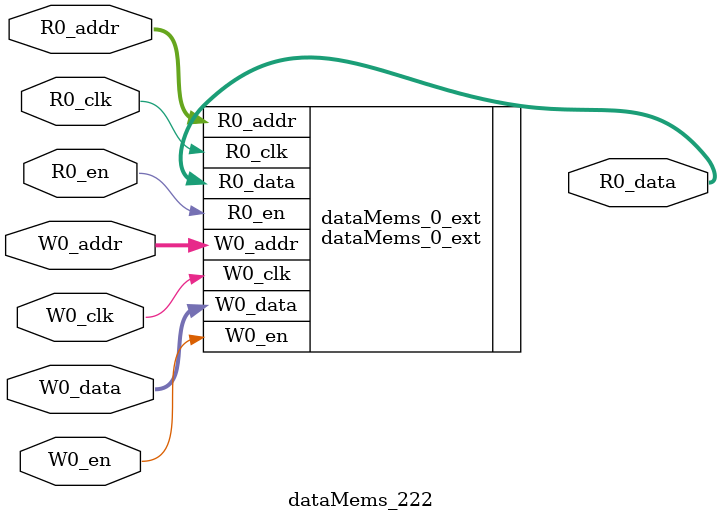
<source format=sv>
`ifndef RANDOMIZE
  `ifdef RANDOMIZE_REG_INIT
    `define RANDOMIZE
  `endif // RANDOMIZE_REG_INIT
`endif // not def RANDOMIZE
`ifndef RANDOMIZE
  `ifdef RANDOMIZE_MEM_INIT
    `define RANDOMIZE
  `endif // RANDOMIZE_MEM_INIT
`endif // not def RANDOMIZE

`ifndef RANDOM
  `define RANDOM $random
`endif // not def RANDOM

// Users can define 'PRINTF_COND' to add an extra gate to prints.
`ifndef PRINTF_COND_
  `ifdef PRINTF_COND
    `define PRINTF_COND_ (`PRINTF_COND)
  `else  // PRINTF_COND
    `define PRINTF_COND_ 1
  `endif // PRINTF_COND
`endif // not def PRINTF_COND_

// Users can define 'ASSERT_VERBOSE_COND' to add an extra gate to assert error printing.
`ifndef ASSERT_VERBOSE_COND_
  `ifdef ASSERT_VERBOSE_COND
    `define ASSERT_VERBOSE_COND_ (`ASSERT_VERBOSE_COND)
  `else  // ASSERT_VERBOSE_COND
    `define ASSERT_VERBOSE_COND_ 1
  `endif // ASSERT_VERBOSE_COND
`endif // not def ASSERT_VERBOSE_COND_

// Users can define 'STOP_COND' to add an extra gate to stop conditions.
`ifndef STOP_COND_
  `ifdef STOP_COND
    `define STOP_COND_ (`STOP_COND)
  `else  // STOP_COND
    `define STOP_COND_ 1
  `endif // STOP_COND
`endif // not def STOP_COND_

// Users can define INIT_RANDOM as general code that gets injected into the
// initializer block for modules with registers.
`ifndef INIT_RANDOM
  `define INIT_RANDOM
`endif // not def INIT_RANDOM

// If using random initialization, you can also define RANDOMIZE_DELAY to
// customize the delay used, otherwise 0.002 is used.
`ifndef RANDOMIZE_DELAY
  `define RANDOMIZE_DELAY 0.002
`endif // not def RANDOMIZE_DELAY

// Define INIT_RANDOM_PROLOG_ for use in our modules below.
`ifndef INIT_RANDOM_PROLOG_
  `ifdef RANDOMIZE
    `ifdef VERILATOR
      `define INIT_RANDOM_PROLOG_ `INIT_RANDOM
    `else  // VERILATOR
      `define INIT_RANDOM_PROLOG_ `INIT_RANDOM #`RANDOMIZE_DELAY begin end
    `endif // VERILATOR
  `else  // RANDOMIZE
    `define INIT_RANDOM_PROLOG_
  `endif // RANDOMIZE
`endif // not def INIT_RANDOM_PROLOG_

// Include register initializers in init blocks unless synthesis is set
`ifndef SYNTHESIS
  `ifndef ENABLE_INITIAL_REG_
    `define ENABLE_INITIAL_REG_
  `endif // not def ENABLE_INITIAL_REG_
`endif // not def SYNTHESIS

// Include rmemory initializers in init blocks unless synthesis is set
`ifndef SYNTHESIS
  `ifndef ENABLE_INITIAL_MEM_
    `define ENABLE_INITIAL_MEM_
  `endif // not def ENABLE_INITIAL_MEM_
`endif // not def SYNTHESIS

module dataMems_222(	// @[generators/ara/src/main/scala/UnsafeAXI4ToTL.scala:365:62]
  input  [4:0]   R0_addr,
  input          R0_en,
  input          R0_clk,
  output [130:0] R0_data,
  input  [4:0]   W0_addr,
  input          W0_en,
  input          W0_clk,
  input  [130:0] W0_data
);

  dataMems_0_ext dataMems_0_ext (	// @[generators/ara/src/main/scala/UnsafeAXI4ToTL.scala:365:62]
    .R0_addr (R0_addr),
    .R0_en   (R0_en),
    .R0_clk  (R0_clk),
    .R0_data (R0_data),
    .W0_addr (W0_addr),
    .W0_en   (W0_en),
    .W0_clk  (W0_clk),
    .W0_data (W0_data)
  );
endmodule


</source>
